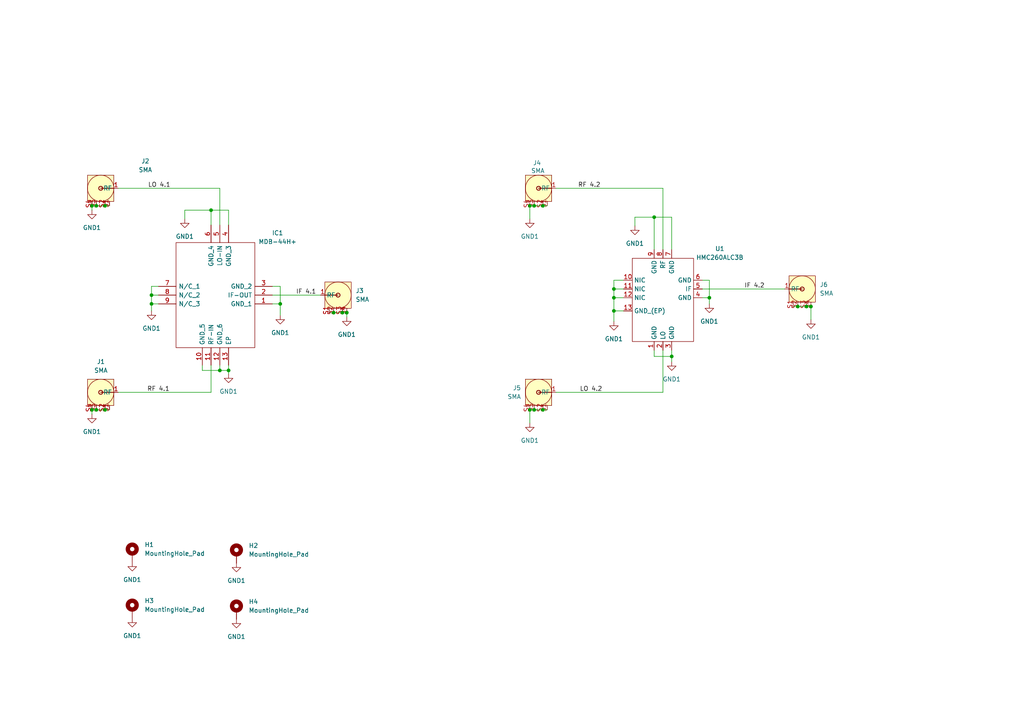
<source format=kicad_sch>
(kicad_sch (version 20211123) (generator eeschema)
  (paper "A4")
  (lib_symbols
    (symbol "GGS_Connectors:SMA"
      (property "Reference" "J" (at 2.54 15.24 0))
      (property "Value" "SMA" (at 3.81 12.7 0))
      (symbol "SMA_0_1"
        (polyline (pts (xy 6.35 6.35) (xy 2.54 6.35)) (stroke (width 0.254)))
        (rectangle (start 2.54 10.16) (end 10.16 2.54) (fill (type background)))
        (circle (center 6.35 6.35) (radius 0.568) (stroke (width 0.254)))
        (circle (center 6.35 6.35) (radius 3.81))
      )
      (symbol "SMA_1_1"
        (pin bidirectional line (at 1.27 6.35 0) (length 1.27) (name "RF") (number "1"))
        (pin power_in line (at 3.81 1.27 90) (length 1.27) (name "") (number "S1"))
        (pin power_in line (at 5.08 1.27 90) (length 1.27) (name "") (number "S2"))
        (pin power_in line (at 7.62 1.27 90) (length 1.27) (name "") (number "S3"))
        (pin power_in line (at 8.89 1.27 90) (length 1.27) (name "") (number "S4"))
      )
    )
    (symbol "Mechanical:MountingHole_Pad" (pin_numbers hide) (pin_names (offset 1.016) hide)
      (property "Reference" "H" (at 0 6.35 0))
      (property "Value" "MountingHole_Pad" (at 0 4.445 0))
      (symbol "MountingHole_Pad_0_1"
        (circle (center 0 1.27) (radius 1.27) (stroke (width 1.27)))
      )
      (symbol "MountingHole_Pad_1_1"
        (pin input line (at 0 -2.54 90) (length 2.54) (name "1") (number "1"))
      )
    )
    (symbol "Mixer_2:HMC260ALC3B"
      (property "Reference" "U" (at -1.27 21.59 0))
      (property "Value" "HMC260ALC3B" (at -1.27 24.13 0))
      (symbol "HMC260ALC3B_0_1"
        (rectangle (start -15.24 8.89) (end 8.89 -8.89))
      )
      (symbol "HMC260ALC3B_1_1"
        (pin power_in line (at -17.78 2.54 0) (length 2.54) (name "GND") (number "1"))
        (pin passive line (at 2.54 11.43 270) (length 2.54) (name "NIC") (number "10"))
        (pin passive line (at 0 11.43 270) (length 2.54) (name "NIC") (number "11"))
        (pin passive line (at -2.54 11.43 270) (length 2.54) (name "NIC") (number "12"))
        (pin power_in line (at -6.35 11.43 270) (length 2.54) (name "GND_(EP)") (number "13"))
        (pin input line (at -17.78 0 0) (length 2.54) (name "LO") (number "2"))
        (pin power_in line (at -17.78 -2.54 0) (length 2.54) (name "GND") (number "3"))
        (pin power_in line (at -2.54 -11.43 90) (length 2.54) (name "GND") (number "4"))
        (pin output line (at 0 -11.43 90) (length 2.54) (name "IF") (number "5"))
        (pin power_in line (at 2.54 -11.43 90) (length 2.54) (name "GND") (number "6"))
        (pin power_in line (at 11.43 -2.54 180) (length 2.54) (name "GND") (number "7"))
        (pin input line (at 11.43 0 180) (length 2.54) (name "RF") (number "8"))
        (pin power_in line (at 11.43 2.54 180) (length 2.54) (name "GND") (number "9"))
      )
    )
    (symbol "SMA_1"
      (property "Reference" "J4" (at -11.43 7.6201 0))
      (property "Value" "SMA" (at -11.43 5.0801 0))
      (symbol "SMA_1_0_1"
        (polyline (pts (xy 6.35 6.35) (xy 2.54 6.35)) (stroke (width 0.254)))
        (rectangle (start 2.54 10.16) (end 10.16 2.54) (fill (type background)))
        (circle (center 6.35 6.35) (radius 0.568) (stroke (width 0.254)))
        (circle (center 6.35 6.35) (radius 3.81))
      )
      (symbol "SMA_1_1_1"
        (pin bidirectional line (at 1.27 6.35 0) (length 1.27) (name "RF") (number "1"))
        (pin power_in line (at 3.81 1.27 90) (length 1.27) (name "") (number "S1"))
        (pin power_out line (at 5.08 1.27 90) (length 1.27) (name "") (number "S2"))
        (pin power_in line (at 7.62 1.27 90) (length 1.27) (name "") (number "S3"))
        (pin power_in line (at 8.89 1.27 90) (length 1.27) (name "") (number "S4"))
      )
    )
    (symbol "SMA_2"
      (property "Reference" "J2" (at -6.604 14.224 0))
      (property "Value" "SMA" (at -6.604 11.684 0))
      (symbol "SMA_2_0_1"
        (polyline (pts (xy 6.35 6.35) (xy 2.54 6.35)) (stroke (width 0.254)))
        (rectangle (start 2.54 10.16) (end 10.16 2.54) (fill (type background)))
        (circle (center 6.35 6.35) (radius 0.568) (stroke (width 0.254)))
        (circle (center 6.35 6.35) (radius 3.81))
      )
      (symbol "SMA_2_1_1"
        (pin bidirectional line (at 1.27 6.35 0) (length 1.27) (name "RF") (number "1"))
        (pin power_in line (at 3.81 1.27 90) (length 1.27) (name "") (number "S1"))
        (pin power_in line (at 5.08 1.27 90) (length 1.27) (name "") (number "S2"))
        (pin power_in line (at 7.62 1.27 90) (length 1.27) (name "") (number "S3"))
        (pin power_in line (at 8.89 1.27 90) (length 1.27) (name "") (number "S4"))
      )
    )
    (symbol "SamacSys_Parts:MDB-44H+" (pin_names (offset 0.762))
      (property "Reference" "IC" (at 29.21 17.78 0))
      (property "Value" "MDB-44H+" (at 29.21 15.24 0))
      (symbol "MDB-44H+_0_0"
        (pin passive line (at 0 0 0) (length 5.08) (name "GND_1") (number "1"))
        (pin passive line (at 20.32 17.78 270) (length 5.08) (name "GND_5") (number "10"))
        (pin passive line (at 17.78 17.78 270) (length 5.08) (name "RF-IN") (number "11"))
        (pin passive line (at 15.24 17.78 270) (length 5.08) (name "GND_6") (number "12"))
        (pin passive line (at 12.7 17.78 270) (length 5.08) (name "EP") (number "13"))
        (pin passive line (at 0 -2.54 0) (length 5.08) (name "IF-OUT") (number "2"))
        (pin passive line (at 0 -5.08 0) (length 5.08) (name "GND_2") (number "3"))
        (pin passive line (at 12.7 -22.86 90) (length 5.08) (name "GND_3") (number "4"))
        (pin passive line (at 15.24 -22.86 90) (length 5.08) (name "LO-IN") (number "5"))
        (pin passive line (at 17.78 -22.86 90) (length 5.08) (name "GND_4") (number "6"))
        (pin passive line (at 33.02 -5.08 180) (length 5.08) (name "N/C_1") (number "7"))
        (pin passive line (at 33.02 -2.54 180) (length 5.08) (name "N/C_2") (number "8"))
        (pin passive line (at 33.02 0 180) (length 5.08) (name "N/C_3") (number "9"))
      )
      (symbol "MDB-44H+_0_1"
        (polyline (pts (xy 5.08 12.7) (xy 27.94 12.7) (xy 27.94 -17.78) (xy 5.08 -17.78) (xy 5.08 12.7)) (stroke (width 0.1524)))
      )
    )
    (symbol "power:GND1" (power) (pin_names (offset 0))
      (property "Value" "GND1" (at 0 -3.81 0))
      (symbol "GND1_0_1"
        (polyline (pts (xy 0 0) (xy 0 -1.27) (xy 1.27 -1.27) (xy 0 -2.54) (xy -1.27 -1.27) (xy 0 -1.27)))
      )
      (symbol "GND1_1_1"
        (pin power_in line (at 0 0 270) (length 0) hide (name "GND1") (number "1"))
      )
    )
  )
  (junction (at 27.94 59.69))
  (junction (at 189.738 62.992))
  (junction (at 63.754 107.442))
  (junction (at 61.214 60.96))
  (junction (at 178.054 86.36))
  (junction (at 27.94 118.872))
  (junction (at 153.67 118.872))
  (junction (at 235.204 88.9))
  (junction (at 43.942 88.138))
  (junction (at 43.942 85.598))
  (junction (at 30.48 118.872))
  (junction (at 154.94 118.872))
  (junction (at 26.67 118.872))
  (junction (at 178.054 90.17))
  (junction (at 66.294 107.442))
  (junction (at 153.67 59.69))
  (junction (at 231.394 88.9))
  (junction (at 26.67 59.69))
  (junction (at 194.818 103.378))
  (junction (at 178.054 83.82))
  (junction (at 30.48 59.69))
  (junction (at 81.28 88.138))
  (junction (at 157.48 59.69))
  (junction (at 99.314 90.678))
  (junction (at 154.94 59.69))
  (junction (at 96.774 90.678))
  (junction (at 100.584 90.678))
  (junction (at 157.48 118.872))
  (junction (at 233.934 88.9))
  (junction (at 205.74 86.36))
  (wire (pts (xy 178.054 86.36) (xy 180.848 86.36)))
  (wire (pts (xy 27.94 118.872) (xy 30.48 118.872)))
  (wire (pts (xy 205.74 81.28) (xy 205.74 86.36)))
  (wire (pts (xy 153.67 122.682) (xy 153.67 118.872)))
  (wire (pts (xy 66.294 60.96) (xy 61.214 60.96)))
  (wire (pts (xy 30.48 118.872) (xy 31.75 118.872)))
  (wire (pts (xy 100.584 90.678) (xy 99.314 90.678)))
  (wire (pts (xy 157.48 118.872) (xy 158.75 118.872)))
  (wire (pts (xy 192.278 54.61) (xy 192.278 72.39)))
  (wire (pts (xy 26.67 118.872) (xy 27.94 118.872)))
  (wire (pts (xy 27.94 59.69) (xy 30.48 59.69)))
  (wire (pts (xy 233.934 88.9) (xy 231.394 88.9)))
  (wire (pts (xy 43.942 85.598) (xy 45.974 85.598)))
  (wire (pts (xy 63.754 54.61) (xy 63.754 65.278)))
  (wire (pts (xy 194.818 103.378) (xy 194.818 104.902)))
  (wire (pts (xy 61.214 113.792) (xy 61.214 105.918)))
  (wire (pts (xy 96.774 90.678) (xy 95.504 90.678)))
  (wire (pts (xy 43.942 88.138) (xy 45.974 88.138)))
  (wire (pts (xy 66.294 65.278) (xy 66.294 60.96)))
  (wire (pts (xy 99.314 90.678) (xy 96.774 90.678)))
  (wire (pts (xy 81.28 88.138) (xy 81.28 91.44)))
  (wire (pts (xy 53.594 60.96) (xy 53.594 63.5)))
  (wire (pts (xy 43.942 83.058) (xy 43.942 85.598)))
  (wire (pts (xy 203.708 83.82) (xy 227.584 83.82)))
  (wire (pts (xy 178.054 83.82) (xy 178.054 86.36)))
  (wire (pts (xy 78.994 85.598) (xy 92.964 85.598)))
  (wire (pts (xy 58.674 105.918) (xy 58.674 107.442)))
  (wire (pts (xy 205.74 86.36) (xy 205.74 88.138)))
  (wire (pts (xy 194.818 72.39) (xy 194.818 62.992)))
  (wire (pts (xy 235.204 88.9) (xy 233.934 88.9)))
  (wire (pts (xy 26.67 59.69) (xy 27.94 59.69)))
  (wire (pts (xy 184.15 62.992) (xy 184.15 65.532)))
  (wire (pts (xy 66.294 105.918) (xy 66.294 107.442)))
  (wire (pts (xy 189.738 72.39) (xy 189.738 62.992)))
  (wire (pts (xy 153.67 59.69) (xy 154.94 59.69)))
  (wire (pts (xy 178.054 90.17) (xy 180.848 90.17)))
  (wire (pts (xy 161.29 113.792) (xy 192.278 113.792)))
  (wire (pts (xy 194.818 101.6) (xy 194.818 103.378)))
  (wire (pts (xy 63.754 107.442) (xy 66.294 107.442)))
  (wire (pts (xy 178.054 81.28) (xy 178.054 83.82)))
  (wire (pts (xy 203.708 86.36) (xy 205.74 86.36)))
  (wire (pts (xy 30.48 59.69) (xy 31.75 59.69)))
  (wire (pts (xy 154.94 59.69) (xy 157.48 59.69)))
  (wire (pts (xy 189.738 101.6) (xy 189.738 103.378)))
  (wire (pts (xy 63.754 105.918) (xy 63.754 107.442)))
  (wire (pts (xy 43.942 88.138) (xy 43.942 90.17)))
  (wire (pts (xy 157.48 59.69) (xy 158.75 59.69)))
  (wire (pts (xy 78.994 88.138) (xy 81.28 88.138)))
  (wire (pts (xy 235.204 92.71) (xy 235.204 88.9)))
  (wire (pts (xy 153.67 63.5) (xy 153.67 59.69)))
  (wire (pts (xy 154.94 118.872) (xy 157.48 118.872)))
  (wire (pts (xy 192.278 113.792) (xy 192.278 101.6)))
  (wire (pts (xy 178.054 83.82) (xy 180.848 83.82)))
  (wire (pts (xy 61.214 60.96) (xy 53.594 60.96)))
  (wire (pts (xy 178.054 86.36) (xy 178.054 90.17)))
  (wire (pts (xy 180.848 81.28) (xy 178.054 81.28)))
  (wire (pts (xy 153.67 118.872) (xy 154.94 118.872)))
  (wire (pts (xy 184.15 62.992) (xy 189.738 62.992)))
  (wire (pts (xy 231.394 88.9) (xy 230.124 88.9)))
  (wire (pts (xy 26.67 60.96) (xy 26.67 59.69)))
  (wire (pts (xy 161.29 54.61) (xy 192.278 54.61)))
  (wire (pts (xy 78.994 83.058) (xy 81.28 83.058)))
  (wire (pts (xy 100.584 91.948) (xy 100.584 90.678)))
  (wire (pts (xy 189.738 103.378) (xy 194.818 103.378)))
  (wire (pts (xy 81.28 83.058) (xy 81.28 88.138)))
  (wire (pts (xy 45.974 83.058) (xy 43.942 83.058)))
  (wire (pts (xy 26.67 120.142) (xy 26.67 118.872)))
  (wire (pts (xy 178.054 90.17) (xy 178.054 93.218)))
  (wire (pts (xy 189.738 62.992) (xy 194.818 62.992)))
  (wire (pts (xy 34.29 113.792) (xy 61.214 113.792)))
  (wire (pts (xy 203.708 81.28) (xy 205.74 81.28)))
  (wire (pts (xy 43.942 85.598) (xy 43.942 88.138)))
  (wire (pts (xy 61.214 60.96) (xy 61.214 65.278)))
  (wire (pts (xy 66.294 107.442) (xy 66.294 108.458)))
  (wire (pts (xy 34.29 54.61) (xy 63.754 54.61)))
  (wire (pts (xy 58.674 107.442) (xy 63.754 107.442)))
  (label "RF 4.2" (at 167.64 54.61 0))
  (label "RF 4.1" (at 42.672 113.792 0))
  (label "IF 4.2" (at 215.9 83.82 0))
  (label "LO 4.1" (at 42.926 54.61 0))
  (label "IF 4.1" (at 85.852 85.598 0))
  (label "LO 4.2" (at 168.148 113.792 0))
  (symbol (lib_id "GGS_Connectors:SMA") (at 226.314 90.17 0) (unit 1)
    (property "Reference" "J6" (at 237.744 82.5499 0) (effects (justify left)))
    (property "Value" "SMA" (at 237.744 85.0899 0) (effects (justify left)))
    (property "Footprint" "GGS_Connectors:LINX_CONSMA020.062-G" (effects hide))
  )
  (symbol (lib_id "power:GND1") (at 81.28 91.44 0) (unit 1)
    (property "Reference" "#PWR0111" (effects hide))
    (property "Value" "GND1" (at 81.28 96.52 0))
  )
  (symbol (lib_id "power:GND1") (at 66.294 108.458 0) (unit 1)
    (property "Reference" "#PWR0103" (effects hide))
    (property "Value" "GND1" (at 66.294 113.538 0))
  )
  (symbol (lib_id "power:GND1") (at 53.594 63.5 0) (unit 1)
    (property "Reference" "#PWR0110" (effects hide))
    (property "Value" "GND1" (at 53.594 68.58 0))
  )
  (symbol (lib_id "power:GND1") (at 68.58 179.578 0) (unit 1)
    (property "Reference" "#PWR0106" (effects hide))
    (property "Value" "GND1" (at 68.58 184.658 0))
  )
  (symbol (lib_id "power:GND1") (at 153.67 63.5 0) (unit 1)
    (property "Reference" "#PWR0112" (effects hide))
    (property "Value" "GND1" (at 153.67 68.58 0))
  )
  (symbol (lib_name "SMA_1") (lib_id "GGS_Connectors:SMA") (at 162.56 60.96 0) (mirror y) (unit 1)
    (property "Reference" "J4" (at 156.972 47.244 0) (effects (justify left)))
    (property "Value" "SMA" (at 157.988 49.53 0) (effects (justify left)))
    (property "Footprint" "GGS_Connectors:LINX_CONSMA020.062-G" (effects hide))
  )
  (symbol (lib_id "power:GND1") (at 26.67 120.142 0) (unit 1)
    (property "Reference" "#PWR0102" (effects hide))
    (property "Value" "GND1" (at 26.67 125.222 0))
  )
  (symbol (lib_id "GGS_Connectors:SMA") (at 162.56 120.142 0) (mirror y) (unit 1)
    (property "Reference" "J5" (at 151.13 112.5219 0) (effects (justify left)))
    (property "Value" "SMA" (at 151.13 115.0619 0) (effects (justify left)))
    (property "Footprint" "GGS_Connectors:LINX_CONSMA020.062-G" (effects hide))
  )
  (symbol (lib_id "power:GND1") (at 68.58 163.322 0) (unit 1)
    (property "Reference" "#PWR0108" (effects hide))
    (property "Value" "GND1" (at 68.58 168.402 0))
  )
  (symbol (lib_id "power:GND1") (at 153.67 122.682 0) (unit 1)
    (property "Reference" "#PWR0115" (effects hide))
    (property "Value" "GND1" (at 153.67 127.762 0))
  )
  (symbol (lib_id "power:GND1") (at 43.942 90.17 0) (unit 1)
    (property "Reference" "#PWR0104" (effects hide))
    (property "Value" "GND1" (at 43.942 95.25 0))
  )
  (symbol (lib_id "power:GND1") (at 184.15 65.532 0) (unit 1)
    (property "Reference" "#PWR0114" (effects hide))
    (property "Value" "GND1" (at 184.15 70.612 0))
  )
  (symbol (lib_id "power:GND1") (at 100.584 91.948 0) (unit 1)
    (property "Reference" "#PWR0109" (effects hide))
    (property "Value" "GND1" (at 100.584 97.028 0))
  )
  (symbol (lib_id "GGS_Connectors:SMA") (at 35.56 120.142 0) (mirror y) (unit 1)
    (property "Reference" "J1" (at 29.2735 104.902 0))
    (property "Value" "SMA" (at 29.2735 107.442 0))
    (property "Footprint" "GGS_Connectors:LINX_CONSMA020.062-G" (effects hide))
  )
  (symbol (lib_id "power:GND1") (at 235.204 92.71 0) (unit 1)
    (property "Reference" "#PWR0118" (effects hide))
    (property "Value" "GND1" (at 235.204 97.79 0))
  )
  (symbol (lib_id "power:GND1") (at 178.054 93.218 0) (unit 1)
    (property "Reference" "#PWR0113" (effects hide))
    (property "Value" "GND1" (at 178.054 98.298 0))
  )
  (symbol (lib_id "Mechanical:MountingHole_Pad") (at 68.58 177.038 0) (unit 1)
    (property "Reference" "H4" (at 72.136 174.4979 0) (effects (justify left)))
    (property "Value" "MountingHole_Pad" (at 72.136 177.0379 0) (effects (justify left)))
    (property "Footprint" "MountingHole:MountingHole_2.5mm_Pad" (effects hide))
  )
  (symbol (lib_id "Mixer_2:HMC260ALC3B") (at 192.278 83.82 90) (unit 1)
    (property "Reference" "U1" (at 208.788 72.136 90))
    (property "Value" "HMC260ALC3B" (at 208.788 74.676 90))
    (property "Footprint" "Mixer_2:HMC260ALC3B" (effects hide))
  )
  (symbol (lib_id "SamacSys_Parts:MDB-44H+") (at 78.994 88.138 180) (unit 1)
    (property "Reference" "IC1" (at 80.518 67.564 0))
    (property "Value" "MDB-44H+" (at 80.518 70.104 0))
    (property "Footprint" "SamacSys_Parts:QFN51P300X300X89-13N" (effects hide))
    (property "Datasheet" "https://www.minicircuits.com/pdfs/MDB-44H+.pdf" (effects hide))
    (property "Description" "RF Mixer MMIC MIXER" (effects hide))
    (property "Height" "0.89" (effects hide))
    (property "Mouser Part Number" "139-MDB-44H" (effects hide))
    (property "Mouser Price/Stock" "https://www.mouser.co.uk/ProductDetail/Mini-Circuits/MDB-44H%2b?qs=xZ%2FP%252Ba9zWqbrHCULSUaoYQ%3D%3D" (effects hide))
    (property "Manufacturer_Name" "Mini-Circuits" (effects hide))
    (property "Manufacturer_Part_Number" "MDB-44H+" (effects hide))
  )
  (symbol (lib_id "power:GND1") (at 194.818 104.902 0) (unit 1)
    (property "Reference" "#PWR0117" (effects hide))
    (property "Value" "GND1" (at 194.818 109.982 0))
  )
  (symbol (lib_name "SMA_2") (lib_id "GGS_Connectors:SMA") (at 35.56 60.96 0) (mirror y) (unit 1)
    (property "Reference" "J2" (at 42.164 46.736 0))
    (property "Value" "SMA" (at 42.164 49.276 0))
    (property "Footprint" "GGS_Connectors:LINX_CONSMA020.062-G" (effects hide))
  )
  (symbol (lib_id "Mechanical:MountingHole_Pad") (at 68.58 160.782 0) (unit 1)
    (property "Reference" "H2" (at 72.136 158.2419 0) (effects (justify left)))
    (property "Value" "MountingHole_Pad" (at 72.136 160.7819 0) (effects (justify left)))
    (property "Footprint" "MountingHole:MountingHole_2.5mm_Pad" (effects hide))
  )
  (symbol (lib_id "power:GND1") (at 38.354 179.324 0) (unit 1)
    (property "Reference" "#PWR0105" (effects hide))
    (property "Value" "GND1" (at 38.354 184.404 0))
  )
  (symbol (lib_id "power:GND1") (at 205.74 88.138 0) (unit 1)
    (property "Reference" "#PWR0116" (effects hide))
    (property "Value" "GND1" (at 205.74 93.218 0))
  )
  (symbol (lib_id "Mechanical:MountingHole_Pad") (at 38.354 176.784 0) (unit 1)
    (property "Reference" "H3" (at 41.91 174.2439 0) (effects (justify left)))
    (property "Value" "MountingHole_Pad" (at 41.91 176.7839 0) (effects (justify left)))
    (property "Footprint" "MountingHole:MountingHole_2.5mm_Pad" (effects hide))
  )
  (symbol (lib_id "power:GND1") (at 26.67 60.96 0) (unit 1)
    (property "Reference" "#PWR0101" (effects hide))
    (property "Value" "GND1" (at 26.67 66.04 0))
  )
  (symbol (lib_id "Mechanical:MountingHole_Pad") (at 38.354 160.528 0) (unit 1)
    (property "Reference" "H1" (at 41.91 157.9879 0) (effects (justify left)))
    (property "Value" "MountingHole_Pad" (at 41.91 160.5279 0) (effects (justify left)))
    (property "Footprint" "MountingHole:MountingHole_2.5mm_Pad" (effects hide))
  )
  (symbol (lib_id "GGS_Connectors:SMA") (at 91.694 91.948 0) (unit 1)
    (property "Reference" "J3" (at 103.124 84.3279 0) (effects (justify left)))
    (property "Value" "SMA" (at 103.124 86.8679 0) (effects (justify left)))
    (property "Footprint" "GGS_Connectors:LINX_CONSMA020.062-G" (effects hide))
  )
  (symbol (lib_id "power:GND1") (at 38.354 163.068 0) (unit 1)
    (property "Reference" "#PWR0107" (effects hide))
    (property "Value" "GND1" (at 38.354 168.148 0))
  )
)
</source>
